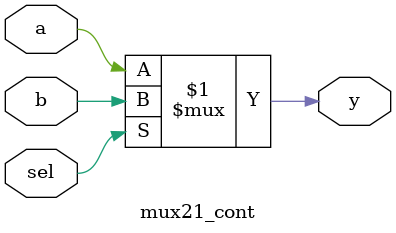
<source format=v>

module mux21_cont(
input a,b,sel,
output y);

    assign y = sel ?b:a;

endmodule

</source>
